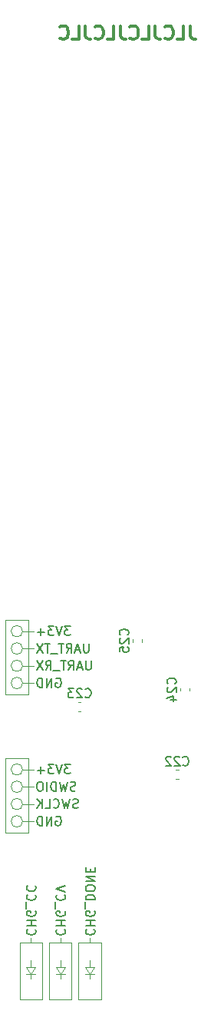
<source format=gbo>
G04 #@! TF.GenerationSoftware,KiCad,Pcbnew,(5.1.10)-1*
G04 #@! TF.CreationDate,2021-09-06T19:40:46-04:00*
G04 #@! TF.ProjectId,Lithium_Ion_Pack,4c697468-6975-46d5-9f49-6f6e5f506163,A0*
G04 #@! TF.SameCoordinates,Original*
G04 #@! TF.FileFunction,Legend,Bot*
G04 #@! TF.FilePolarity,Positive*
%FSLAX46Y46*%
G04 Gerber Fmt 4.6, Leading zero omitted, Abs format (unit mm)*
G04 Created by KiCad (PCBNEW (5.1.10)-1) date 2021-09-06 19:40:46*
%MOMM*%
%LPD*%
G01*
G04 APERTURE LIST*
%ADD10C,0.300000*%
%ADD11C,0.120000*%
%ADD12C,0.200000*%
%ADD13C,0.150000*%
%ADD14O,1.700000X1.700000*%
%ADD15R,1.700000X1.700000*%
%ADD16C,1.500000*%
%ADD17C,0.650000*%
%ADD18C,5.000000*%
%ADD19C,2.900000*%
%ADD20R,2.000000X2.000000*%
G04 APERTURE END LIST*
D10*
X129828571Y-44978571D02*
X129828571Y-46050000D01*
X129900000Y-46264285D01*
X130042857Y-46407142D01*
X130257142Y-46478571D01*
X130400000Y-46478571D01*
X128400000Y-46478571D02*
X129114285Y-46478571D01*
X129114285Y-44978571D01*
X127042857Y-46335714D02*
X127114285Y-46407142D01*
X127328571Y-46478571D01*
X127471428Y-46478571D01*
X127685714Y-46407142D01*
X127828571Y-46264285D01*
X127900000Y-46121428D01*
X127971428Y-45835714D01*
X127971428Y-45621428D01*
X127900000Y-45335714D01*
X127828571Y-45192857D01*
X127685714Y-45050000D01*
X127471428Y-44978571D01*
X127328571Y-44978571D01*
X127114285Y-45050000D01*
X127042857Y-45121428D01*
X125971428Y-44978571D02*
X125971428Y-46050000D01*
X126042857Y-46264285D01*
X126185714Y-46407142D01*
X126400000Y-46478571D01*
X126542857Y-46478571D01*
X124542857Y-46478571D02*
X125257142Y-46478571D01*
X125257142Y-44978571D01*
X123185714Y-46335714D02*
X123257142Y-46407142D01*
X123471428Y-46478571D01*
X123614285Y-46478571D01*
X123828571Y-46407142D01*
X123971428Y-46264285D01*
X124042857Y-46121428D01*
X124114285Y-45835714D01*
X124114285Y-45621428D01*
X124042857Y-45335714D01*
X123971428Y-45192857D01*
X123828571Y-45050000D01*
X123614285Y-44978571D01*
X123471428Y-44978571D01*
X123257142Y-45050000D01*
X123185714Y-45121428D01*
X122114285Y-44978571D02*
X122114285Y-46050000D01*
X122185714Y-46264285D01*
X122328571Y-46407142D01*
X122542857Y-46478571D01*
X122685714Y-46478571D01*
X120685714Y-46478571D02*
X121400000Y-46478571D01*
X121400000Y-44978571D01*
X119328571Y-46335714D02*
X119400000Y-46407142D01*
X119614285Y-46478571D01*
X119757142Y-46478571D01*
X119971428Y-46407142D01*
X120114285Y-46264285D01*
X120185714Y-46121428D01*
X120257142Y-45835714D01*
X120257142Y-45621428D01*
X120185714Y-45335714D01*
X120114285Y-45192857D01*
X119971428Y-45050000D01*
X119757142Y-44978571D01*
X119614285Y-44978571D01*
X119400000Y-45050000D01*
X119328571Y-45121428D01*
X118257142Y-44978571D02*
X118257142Y-46050000D01*
X118328571Y-46264285D01*
X118471428Y-46407142D01*
X118685714Y-46478571D01*
X118828571Y-46478571D01*
X116828571Y-46478571D02*
X117542857Y-46478571D01*
X117542857Y-44978571D01*
X115471428Y-46335714D02*
X115542857Y-46407142D01*
X115757142Y-46478571D01*
X115900000Y-46478571D01*
X116114285Y-46407142D01*
X116257142Y-46264285D01*
X116328571Y-46121428D01*
X116400000Y-45835714D01*
X116400000Y-45621428D01*
X116328571Y-45335714D01*
X116257142Y-45192857D01*
X116114285Y-45050000D01*
X115900000Y-44978571D01*
X115757142Y-44978571D01*
X115542857Y-45050000D01*
X115471428Y-45121428D01*
D11*
X118750000Y-148750000D02*
X118750000Y-148000000D01*
X118250000Y-149500000D02*
X119250000Y-149500000D01*
X118750000Y-149500000D02*
X119250000Y-148750000D01*
X118750000Y-149500000D02*
X118750000Y-150000000D01*
X119250000Y-148750000D02*
X118250000Y-148750000D01*
X118250000Y-148750000D02*
X118750000Y-149500000D01*
X115500000Y-149500000D02*
X116000000Y-148750000D01*
X115000000Y-149500000D02*
X116000000Y-149500000D01*
X115500000Y-149500000D02*
X115500000Y-150000000D01*
X115500000Y-148750000D02*
X115500000Y-148000000D01*
X116000000Y-148750000D02*
X115000000Y-148750000D01*
X115000000Y-148750000D02*
X115500000Y-149500000D01*
X112250000Y-149500000D02*
X112250000Y-150000000D01*
X112250000Y-148750000D02*
X112250000Y-148000000D01*
X111750000Y-148750000D02*
X112250000Y-149500000D01*
X112750000Y-148750000D02*
X111750000Y-148750000D01*
X112250000Y-149500000D02*
X112750000Y-148750000D01*
X111750000Y-149500000D02*
X112750000Y-149500000D01*
X112250000Y-146000000D02*
X112250000Y-145500000D01*
X115500000Y-146000000D02*
X115500000Y-145500000D01*
X118750000Y-146000000D02*
X118750000Y-145500000D01*
X117750000Y-146000000D02*
X117500000Y-146000000D01*
X120000000Y-146000000D02*
X117750000Y-146000000D01*
X120000000Y-152250000D02*
X120000000Y-146000000D01*
X117500000Y-152250000D02*
X120000000Y-152250000D01*
X117500000Y-146000000D02*
X117500000Y-152250000D01*
X116750000Y-146000000D02*
X114250000Y-146000000D01*
X116750000Y-152250000D02*
X116750000Y-146000000D01*
X114250000Y-152250000D02*
X116750000Y-152250000D01*
X114250000Y-146000000D02*
X114250000Y-152250000D01*
X113500000Y-146000000D02*
X111000000Y-146000000D01*
X113500000Y-152250000D02*
X113500000Y-146000000D01*
X111000000Y-152250000D02*
X113500000Y-152250000D01*
X111000000Y-146000000D02*
X111000000Y-152250000D01*
D12*
X118392857Y-144560476D02*
X118345238Y-144608095D01*
X118297619Y-144750952D01*
X118297619Y-144846190D01*
X118345238Y-144989047D01*
X118440476Y-145084285D01*
X118535714Y-145131904D01*
X118726190Y-145179523D01*
X118869047Y-145179523D01*
X119059523Y-145131904D01*
X119154761Y-145084285D01*
X119250000Y-144989047D01*
X119297619Y-144846190D01*
X119297619Y-144750952D01*
X119250000Y-144608095D01*
X119202380Y-144560476D01*
X118297619Y-144131904D02*
X119297619Y-144131904D01*
X118821428Y-144131904D02*
X118821428Y-143560476D01*
X118297619Y-143560476D02*
X119297619Y-143560476D01*
X119250000Y-142560476D02*
X119297619Y-142655714D01*
X119297619Y-142798571D01*
X119250000Y-142941428D01*
X119154761Y-143036666D01*
X119059523Y-143084285D01*
X118869047Y-143131904D01*
X118726190Y-143131904D01*
X118535714Y-143084285D01*
X118440476Y-143036666D01*
X118345238Y-142941428D01*
X118297619Y-142798571D01*
X118297619Y-142703333D01*
X118345238Y-142560476D01*
X118392857Y-142512857D01*
X118726190Y-142512857D01*
X118726190Y-142703333D01*
X118202380Y-142322380D02*
X118202380Y-141560476D01*
X118297619Y-141322380D02*
X119297619Y-141322380D01*
X119297619Y-141084285D01*
X119250000Y-140941428D01*
X119154761Y-140846190D01*
X119059523Y-140798571D01*
X118869047Y-140750952D01*
X118726190Y-140750952D01*
X118535714Y-140798571D01*
X118440476Y-140846190D01*
X118345238Y-140941428D01*
X118297619Y-141084285D01*
X118297619Y-141322380D01*
X119297619Y-140131904D02*
X119297619Y-139941428D01*
X119250000Y-139846190D01*
X119154761Y-139750952D01*
X118964285Y-139703333D01*
X118630952Y-139703333D01*
X118440476Y-139750952D01*
X118345238Y-139846190D01*
X118297619Y-139941428D01*
X118297619Y-140131904D01*
X118345238Y-140227142D01*
X118440476Y-140322380D01*
X118630952Y-140370000D01*
X118964285Y-140370000D01*
X119154761Y-140322380D01*
X119250000Y-140227142D01*
X119297619Y-140131904D01*
X118297619Y-139274761D02*
X119297619Y-139274761D01*
X118297619Y-138703333D01*
X119297619Y-138703333D01*
X118821428Y-138227142D02*
X118821428Y-137893809D01*
X118297619Y-137750952D02*
X118297619Y-138227142D01*
X119297619Y-138227142D01*
X119297619Y-137750952D01*
X115142857Y-144560476D02*
X115095238Y-144608095D01*
X115047619Y-144750952D01*
X115047619Y-144846190D01*
X115095238Y-144989047D01*
X115190476Y-145084285D01*
X115285714Y-145131904D01*
X115476190Y-145179523D01*
X115619047Y-145179523D01*
X115809523Y-145131904D01*
X115904761Y-145084285D01*
X116000000Y-144989047D01*
X116047619Y-144846190D01*
X116047619Y-144750952D01*
X116000000Y-144608095D01*
X115952380Y-144560476D01*
X115047619Y-144131904D02*
X116047619Y-144131904D01*
X115571428Y-144131904D02*
X115571428Y-143560476D01*
X115047619Y-143560476D02*
X116047619Y-143560476D01*
X116000000Y-142560476D02*
X116047619Y-142655714D01*
X116047619Y-142798571D01*
X116000000Y-142941428D01*
X115904761Y-143036666D01*
X115809523Y-143084285D01*
X115619047Y-143131904D01*
X115476190Y-143131904D01*
X115285714Y-143084285D01*
X115190476Y-143036666D01*
X115095238Y-142941428D01*
X115047619Y-142798571D01*
X115047619Y-142703333D01*
X115095238Y-142560476D01*
X115142857Y-142512857D01*
X115476190Y-142512857D01*
X115476190Y-142703333D01*
X114952380Y-142322380D02*
X114952380Y-141560476D01*
X115142857Y-140750952D02*
X115095238Y-140798571D01*
X115047619Y-140941428D01*
X115047619Y-141036666D01*
X115095238Y-141179523D01*
X115190476Y-141274761D01*
X115285714Y-141322380D01*
X115476190Y-141370000D01*
X115619047Y-141370000D01*
X115809523Y-141322380D01*
X115904761Y-141274761D01*
X116000000Y-141179523D01*
X116047619Y-141036666D01*
X116047619Y-140941428D01*
X116000000Y-140798571D01*
X115952380Y-140750952D01*
X116047619Y-140465238D02*
X115047619Y-140131904D01*
X116047619Y-139798571D01*
X111892857Y-144560476D02*
X111845238Y-144608095D01*
X111797619Y-144750952D01*
X111797619Y-144846190D01*
X111845238Y-144989047D01*
X111940476Y-145084285D01*
X112035714Y-145131904D01*
X112226190Y-145179523D01*
X112369047Y-145179523D01*
X112559523Y-145131904D01*
X112654761Y-145084285D01*
X112750000Y-144989047D01*
X112797619Y-144846190D01*
X112797619Y-144750952D01*
X112750000Y-144608095D01*
X112702380Y-144560476D01*
X111797619Y-144131904D02*
X112797619Y-144131904D01*
X112321428Y-144131904D02*
X112321428Y-143560476D01*
X111797619Y-143560476D02*
X112797619Y-143560476D01*
X112750000Y-142560476D02*
X112797619Y-142655714D01*
X112797619Y-142798571D01*
X112750000Y-142941428D01*
X112654761Y-143036666D01*
X112559523Y-143084285D01*
X112369047Y-143131904D01*
X112226190Y-143131904D01*
X112035714Y-143084285D01*
X111940476Y-143036666D01*
X111845238Y-142941428D01*
X111797619Y-142798571D01*
X111797619Y-142703333D01*
X111845238Y-142560476D01*
X111892857Y-142512857D01*
X112226190Y-142512857D01*
X112226190Y-142703333D01*
X111702380Y-142322380D02*
X111702380Y-141560476D01*
X111892857Y-140750952D02*
X111845238Y-140798571D01*
X111797619Y-140941428D01*
X111797619Y-141036666D01*
X111845238Y-141179523D01*
X111940476Y-141274761D01*
X112035714Y-141322380D01*
X112226190Y-141370000D01*
X112369047Y-141370000D01*
X112559523Y-141322380D01*
X112654761Y-141274761D01*
X112750000Y-141179523D01*
X112797619Y-141036666D01*
X112797619Y-140941428D01*
X112750000Y-140798571D01*
X112702380Y-140750952D01*
X111892857Y-139750952D02*
X111845238Y-139798571D01*
X111797619Y-139941428D01*
X111797619Y-140036666D01*
X111845238Y-140179523D01*
X111940476Y-140274761D01*
X112035714Y-140322380D01*
X112226190Y-140370000D01*
X112369047Y-140370000D01*
X112559523Y-140322380D01*
X112654761Y-140274761D01*
X112750000Y-140179523D01*
X112797619Y-140036666D01*
X112797619Y-139941428D01*
X112750000Y-139798571D01*
X112702380Y-139750952D01*
X116592142Y-111157380D02*
X115973095Y-111157380D01*
X116306428Y-111538333D01*
X116163571Y-111538333D01*
X116068333Y-111585952D01*
X116020714Y-111633571D01*
X115973095Y-111728809D01*
X115973095Y-111966904D01*
X116020714Y-112062142D01*
X116068333Y-112109761D01*
X116163571Y-112157380D01*
X116449285Y-112157380D01*
X116544523Y-112109761D01*
X116592142Y-112062142D01*
X115687380Y-111157380D02*
X115354047Y-112157380D01*
X115020714Y-111157380D01*
X114782619Y-111157380D02*
X114163571Y-111157380D01*
X114496904Y-111538333D01*
X114354047Y-111538333D01*
X114258809Y-111585952D01*
X114211190Y-111633571D01*
X114163571Y-111728809D01*
X114163571Y-111966904D01*
X114211190Y-112062142D01*
X114258809Y-112109761D01*
X114354047Y-112157380D01*
X114639761Y-112157380D01*
X114735000Y-112109761D01*
X114782619Y-112062142D01*
X113735000Y-111776428D02*
X112973095Y-111776428D01*
X113354047Y-112157380D02*
X113354047Y-111395476D01*
X118639761Y-113062380D02*
X118639761Y-113871904D01*
X118592142Y-113967142D01*
X118544523Y-114014761D01*
X118449285Y-114062380D01*
X118258809Y-114062380D01*
X118163571Y-114014761D01*
X118115952Y-113967142D01*
X118068333Y-113871904D01*
X118068333Y-113062380D01*
X117639761Y-113776666D02*
X117163571Y-113776666D01*
X117735000Y-114062380D02*
X117401666Y-113062380D01*
X117068333Y-114062380D01*
X116163571Y-114062380D02*
X116496904Y-113586190D01*
X116735000Y-114062380D02*
X116735000Y-113062380D01*
X116354047Y-113062380D01*
X116258809Y-113110000D01*
X116211190Y-113157619D01*
X116163571Y-113252857D01*
X116163571Y-113395714D01*
X116211190Y-113490952D01*
X116258809Y-113538571D01*
X116354047Y-113586190D01*
X116735000Y-113586190D01*
X115877857Y-113062380D02*
X115306428Y-113062380D01*
X115592142Y-114062380D02*
X115592142Y-113062380D01*
X115211190Y-114157619D02*
X114449285Y-114157619D01*
X114354047Y-113062380D02*
X113782619Y-113062380D01*
X114068333Y-114062380D02*
X114068333Y-113062380D01*
X113544523Y-113062380D02*
X112877857Y-114062380D01*
X112877857Y-113062380D02*
X113544523Y-114062380D01*
X115020714Y-116920000D02*
X115115952Y-116872380D01*
X115258809Y-116872380D01*
X115401666Y-116920000D01*
X115496904Y-117015238D01*
X115544523Y-117110476D01*
X115592142Y-117300952D01*
X115592142Y-117443809D01*
X115544523Y-117634285D01*
X115496904Y-117729523D01*
X115401666Y-117824761D01*
X115258809Y-117872380D01*
X115163571Y-117872380D01*
X115020714Y-117824761D01*
X114973095Y-117777142D01*
X114973095Y-117443809D01*
X115163571Y-117443809D01*
X114544523Y-117872380D02*
X114544523Y-116872380D01*
X113973095Y-117872380D01*
X113973095Y-116872380D01*
X113496904Y-117872380D02*
X113496904Y-116872380D01*
X113258809Y-116872380D01*
X113115952Y-116920000D01*
X113020714Y-117015238D01*
X112973095Y-117110476D01*
X112925476Y-117300952D01*
X112925476Y-117443809D01*
X112973095Y-117634285D01*
X113020714Y-117729523D01*
X113115952Y-117824761D01*
X113258809Y-117872380D01*
X113496904Y-117872380D01*
X118877857Y-114967380D02*
X118877857Y-115776904D01*
X118830238Y-115872142D01*
X118782619Y-115919761D01*
X118687380Y-115967380D01*
X118496904Y-115967380D01*
X118401666Y-115919761D01*
X118354047Y-115872142D01*
X118306428Y-115776904D01*
X118306428Y-114967380D01*
X117877857Y-115681666D02*
X117401666Y-115681666D01*
X117973095Y-115967380D02*
X117639761Y-114967380D01*
X117306428Y-115967380D01*
X116401666Y-115967380D02*
X116735000Y-115491190D01*
X116973095Y-115967380D02*
X116973095Y-114967380D01*
X116592142Y-114967380D01*
X116496904Y-115015000D01*
X116449285Y-115062619D01*
X116401666Y-115157857D01*
X116401666Y-115300714D01*
X116449285Y-115395952D01*
X116496904Y-115443571D01*
X116592142Y-115491190D01*
X116973095Y-115491190D01*
X116115952Y-114967380D02*
X115544523Y-114967380D01*
X115830238Y-115967380D02*
X115830238Y-114967380D01*
X115449285Y-116062619D02*
X114687380Y-116062619D01*
X113877857Y-115967380D02*
X114211190Y-115491190D01*
X114449285Y-115967380D02*
X114449285Y-114967380D01*
X114068333Y-114967380D01*
X113973095Y-115015000D01*
X113925476Y-115062619D01*
X113877857Y-115157857D01*
X113877857Y-115300714D01*
X113925476Y-115395952D01*
X113973095Y-115443571D01*
X114068333Y-115491190D01*
X114449285Y-115491190D01*
X113544523Y-114967380D02*
X112877857Y-115967380D01*
X112877857Y-114967380D02*
X113544523Y-115967380D01*
D11*
X111335000Y-117420000D02*
G75*
G03*
X111335000Y-117420000I-635000J0D01*
G01*
X111335000Y-113610000D02*
G75*
G03*
X111335000Y-113610000I-635000J0D01*
G01*
X111970000Y-110435000D02*
X111970000Y-118690000D01*
X111970000Y-118690000D02*
X109430000Y-118690000D01*
X111335000Y-111705000D02*
G75*
G03*
X111335000Y-111705000I-635000J0D01*
G01*
X111335000Y-115515000D02*
G75*
G03*
X111335000Y-115515000I-635000J0D01*
G01*
X109430000Y-118690000D02*
X109430000Y-110435000D01*
X111335000Y-113610000D02*
X112605000Y-113610000D01*
X111335000Y-117420000D02*
X112605000Y-117420000D01*
X111335000Y-115515000D02*
X112605000Y-115515000D01*
X111335000Y-111705000D02*
X112605000Y-111705000D01*
X109430000Y-110435000D02*
X111970000Y-110435000D01*
X111335000Y-132660000D02*
X112605000Y-132660000D01*
X111335000Y-126945000D02*
X112605000Y-126945000D01*
D12*
X115020714Y-132160000D02*
X115115952Y-132112380D01*
X115258809Y-132112380D01*
X115401666Y-132160000D01*
X115496904Y-132255238D01*
X115544523Y-132350476D01*
X115592142Y-132540952D01*
X115592142Y-132683809D01*
X115544523Y-132874285D01*
X115496904Y-132969523D01*
X115401666Y-133064761D01*
X115258809Y-133112380D01*
X115163571Y-133112380D01*
X115020714Y-133064761D01*
X114973095Y-133017142D01*
X114973095Y-132683809D01*
X115163571Y-132683809D01*
X114544523Y-133112380D02*
X114544523Y-132112380D01*
X113973095Y-133112380D01*
X113973095Y-132112380D01*
X113496904Y-133112380D02*
X113496904Y-132112380D01*
X113258809Y-132112380D01*
X113115952Y-132160000D01*
X113020714Y-132255238D01*
X112973095Y-132350476D01*
X112925476Y-132540952D01*
X112925476Y-132683809D01*
X112973095Y-132874285D01*
X113020714Y-132969523D01*
X113115952Y-133064761D01*
X113258809Y-133112380D01*
X113496904Y-133112380D01*
X116592142Y-126397380D02*
X115973095Y-126397380D01*
X116306428Y-126778333D01*
X116163571Y-126778333D01*
X116068333Y-126825952D01*
X116020714Y-126873571D01*
X115973095Y-126968809D01*
X115973095Y-127206904D01*
X116020714Y-127302142D01*
X116068333Y-127349761D01*
X116163571Y-127397380D01*
X116449285Y-127397380D01*
X116544523Y-127349761D01*
X116592142Y-127302142D01*
X115687380Y-126397380D02*
X115354047Y-127397380D01*
X115020714Y-126397380D01*
X114782619Y-126397380D02*
X114163571Y-126397380D01*
X114496904Y-126778333D01*
X114354047Y-126778333D01*
X114258809Y-126825952D01*
X114211190Y-126873571D01*
X114163571Y-126968809D01*
X114163571Y-127206904D01*
X114211190Y-127302142D01*
X114258809Y-127349761D01*
X114354047Y-127397380D01*
X114639761Y-127397380D01*
X114735000Y-127349761D01*
X114782619Y-127302142D01*
X113735000Y-127016428D02*
X112973095Y-127016428D01*
X113354047Y-127397380D02*
X113354047Y-126635476D01*
D11*
X111335000Y-130755000D02*
X112605000Y-130755000D01*
D12*
X117449285Y-131159761D02*
X117306428Y-131207380D01*
X117068333Y-131207380D01*
X116973095Y-131159761D01*
X116925476Y-131112142D01*
X116877857Y-131016904D01*
X116877857Y-130921666D01*
X116925476Y-130826428D01*
X116973095Y-130778809D01*
X117068333Y-130731190D01*
X117258809Y-130683571D01*
X117354047Y-130635952D01*
X117401666Y-130588333D01*
X117449285Y-130493095D01*
X117449285Y-130397857D01*
X117401666Y-130302619D01*
X117354047Y-130255000D01*
X117258809Y-130207380D01*
X117020714Y-130207380D01*
X116877857Y-130255000D01*
X116544523Y-130207380D02*
X116306428Y-131207380D01*
X116115952Y-130493095D01*
X115925476Y-131207380D01*
X115687380Y-130207380D01*
X114735000Y-131112142D02*
X114782619Y-131159761D01*
X114925476Y-131207380D01*
X115020714Y-131207380D01*
X115163571Y-131159761D01*
X115258809Y-131064523D01*
X115306428Y-130969285D01*
X115354047Y-130778809D01*
X115354047Y-130635952D01*
X115306428Y-130445476D01*
X115258809Y-130350238D01*
X115163571Y-130255000D01*
X115020714Y-130207380D01*
X114925476Y-130207380D01*
X114782619Y-130255000D01*
X114735000Y-130302619D01*
X113830238Y-131207380D02*
X114306428Y-131207380D01*
X114306428Y-130207380D01*
X113496904Y-131207380D02*
X113496904Y-130207380D01*
X112925476Y-131207380D02*
X113354047Y-130635952D01*
X112925476Y-130207380D02*
X113496904Y-130778809D01*
D11*
X111335000Y-128850000D02*
X112605000Y-128850000D01*
X111335000Y-126945000D02*
G75*
G03*
X111335000Y-126945000I-635000J0D01*
G01*
X111335000Y-132660000D02*
G75*
G03*
X111335000Y-132660000I-635000J0D01*
G01*
X111335000Y-130755000D02*
G75*
G03*
X111335000Y-130755000I-635000J0D01*
G01*
X111335000Y-128850000D02*
G75*
G03*
X111335000Y-128850000I-635000J0D01*
G01*
X111970000Y-125675000D02*
X111970000Y-133930000D01*
X109430000Y-125675000D02*
X111970000Y-125675000D01*
X109430000Y-133930000D02*
X109430000Y-125675000D01*
X111970000Y-133930000D02*
X109430000Y-133930000D01*
D12*
X117163571Y-129254761D02*
X117020714Y-129302380D01*
X116782619Y-129302380D01*
X116687380Y-129254761D01*
X116639761Y-129207142D01*
X116592142Y-129111904D01*
X116592142Y-129016666D01*
X116639761Y-128921428D01*
X116687380Y-128873809D01*
X116782619Y-128826190D01*
X116973095Y-128778571D01*
X117068333Y-128730952D01*
X117115952Y-128683333D01*
X117163571Y-128588095D01*
X117163571Y-128492857D01*
X117115952Y-128397619D01*
X117068333Y-128350000D01*
X116973095Y-128302380D01*
X116735000Y-128302380D01*
X116592142Y-128350000D01*
X116258809Y-128302380D02*
X116020714Y-129302380D01*
X115830238Y-128588095D01*
X115639761Y-129302380D01*
X115401666Y-128302380D01*
X115020714Y-129302380D02*
X115020714Y-128302380D01*
X114782619Y-128302380D01*
X114639761Y-128350000D01*
X114544523Y-128445238D01*
X114496904Y-128540476D01*
X114449285Y-128730952D01*
X114449285Y-128873809D01*
X114496904Y-129064285D01*
X114544523Y-129159523D01*
X114639761Y-129254761D01*
X114782619Y-129302380D01*
X115020714Y-129302380D01*
X114020714Y-129302380D02*
X114020714Y-128302380D01*
X113354047Y-128302380D02*
X113163571Y-128302380D01*
X113068333Y-128350000D01*
X112973095Y-128445238D01*
X112925476Y-128635714D01*
X112925476Y-128969047D01*
X112973095Y-129159523D01*
X113068333Y-129254761D01*
X113163571Y-129302380D01*
X113354047Y-129302380D01*
X113449285Y-129254761D01*
X113544523Y-129159523D01*
X113592142Y-128969047D01*
X113592142Y-128635714D01*
X113544523Y-128445238D01*
X113449285Y-128350000D01*
X113354047Y-128302380D01*
D11*
X123490000Y-112603733D02*
X123490000Y-112896267D01*
X124510000Y-112603733D02*
X124510000Y-112896267D01*
X128740000Y-117991233D02*
X128740000Y-118283767D01*
X129760000Y-117991233D02*
X129760000Y-118283767D01*
X117758767Y-119490000D02*
X117466233Y-119490000D01*
X117758767Y-120510000D02*
X117466233Y-120510000D01*
X128533767Y-126990000D02*
X128241233Y-126990000D01*
X128533767Y-128010000D02*
X128241233Y-128010000D01*
D13*
X122927142Y-112107142D02*
X122974761Y-112059523D01*
X123022380Y-111916666D01*
X123022380Y-111821428D01*
X122974761Y-111678571D01*
X122879523Y-111583333D01*
X122784285Y-111535714D01*
X122593809Y-111488095D01*
X122450952Y-111488095D01*
X122260476Y-111535714D01*
X122165238Y-111583333D01*
X122070000Y-111678571D01*
X122022380Y-111821428D01*
X122022380Y-111916666D01*
X122070000Y-112059523D01*
X122117619Y-112107142D01*
X122117619Y-112488095D02*
X122070000Y-112535714D01*
X122022380Y-112630952D01*
X122022380Y-112869047D01*
X122070000Y-112964285D01*
X122117619Y-113011904D01*
X122212857Y-113059523D01*
X122308095Y-113059523D01*
X122450952Y-113011904D01*
X123022380Y-112440476D01*
X123022380Y-113059523D01*
X122022380Y-113964285D02*
X122022380Y-113488095D01*
X122498571Y-113440476D01*
X122450952Y-113488095D01*
X122403333Y-113583333D01*
X122403333Y-113821428D01*
X122450952Y-113916666D01*
X122498571Y-113964285D01*
X122593809Y-114011904D01*
X122831904Y-114011904D01*
X122927142Y-113964285D01*
X122974761Y-113916666D01*
X123022380Y-113821428D01*
X123022380Y-113583333D01*
X122974761Y-113488095D01*
X122927142Y-113440476D01*
X128177142Y-117494642D02*
X128224761Y-117447023D01*
X128272380Y-117304166D01*
X128272380Y-117208928D01*
X128224761Y-117066071D01*
X128129523Y-116970833D01*
X128034285Y-116923214D01*
X127843809Y-116875595D01*
X127700952Y-116875595D01*
X127510476Y-116923214D01*
X127415238Y-116970833D01*
X127320000Y-117066071D01*
X127272380Y-117208928D01*
X127272380Y-117304166D01*
X127320000Y-117447023D01*
X127367619Y-117494642D01*
X127367619Y-117875595D02*
X127320000Y-117923214D01*
X127272380Y-118018452D01*
X127272380Y-118256547D01*
X127320000Y-118351785D01*
X127367619Y-118399404D01*
X127462857Y-118447023D01*
X127558095Y-118447023D01*
X127700952Y-118399404D01*
X128272380Y-117827976D01*
X128272380Y-118447023D01*
X127605714Y-119304166D02*
X128272380Y-119304166D01*
X127224761Y-119066071D02*
X127939047Y-118827976D01*
X127939047Y-119447023D01*
X118255357Y-118927142D02*
X118302976Y-118974761D01*
X118445833Y-119022380D01*
X118541071Y-119022380D01*
X118683928Y-118974761D01*
X118779166Y-118879523D01*
X118826785Y-118784285D01*
X118874404Y-118593809D01*
X118874404Y-118450952D01*
X118826785Y-118260476D01*
X118779166Y-118165238D01*
X118683928Y-118070000D01*
X118541071Y-118022380D01*
X118445833Y-118022380D01*
X118302976Y-118070000D01*
X118255357Y-118117619D01*
X117874404Y-118117619D02*
X117826785Y-118070000D01*
X117731547Y-118022380D01*
X117493452Y-118022380D01*
X117398214Y-118070000D01*
X117350595Y-118117619D01*
X117302976Y-118212857D01*
X117302976Y-118308095D01*
X117350595Y-118450952D01*
X117922023Y-119022380D01*
X117302976Y-119022380D01*
X116969642Y-118022380D02*
X116350595Y-118022380D01*
X116683928Y-118403333D01*
X116541071Y-118403333D01*
X116445833Y-118450952D01*
X116398214Y-118498571D01*
X116350595Y-118593809D01*
X116350595Y-118831904D01*
X116398214Y-118927142D01*
X116445833Y-118974761D01*
X116541071Y-119022380D01*
X116826785Y-119022380D01*
X116922023Y-118974761D01*
X116969642Y-118927142D01*
X129030357Y-126427142D02*
X129077976Y-126474761D01*
X129220833Y-126522380D01*
X129316071Y-126522380D01*
X129458928Y-126474761D01*
X129554166Y-126379523D01*
X129601785Y-126284285D01*
X129649404Y-126093809D01*
X129649404Y-125950952D01*
X129601785Y-125760476D01*
X129554166Y-125665238D01*
X129458928Y-125570000D01*
X129316071Y-125522380D01*
X129220833Y-125522380D01*
X129077976Y-125570000D01*
X129030357Y-125617619D01*
X128649404Y-125617619D02*
X128601785Y-125570000D01*
X128506547Y-125522380D01*
X128268452Y-125522380D01*
X128173214Y-125570000D01*
X128125595Y-125617619D01*
X128077976Y-125712857D01*
X128077976Y-125808095D01*
X128125595Y-125950952D01*
X128697023Y-126522380D01*
X128077976Y-126522380D01*
X127697023Y-125617619D02*
X127649404Y-125570000D01*
X127554166Y-125522380D01*
X127316071Y-125522380D01*
X127220833Y-125570000D01*
X127173214Y-125617619D01*
X127125595Y-125712857D01*
X127125595Y-125808095D01*
X127173214Y-125950952D01*
X127744642Y-126522380D01*
X127125595Y-126522380D01*
%LPC*%
G36*
G01*
X123762500Y-113075000D02*
X124237500Y-113075000D01*
G75*
G02*
X124475000Y-113312500I0J-237500D01*
G01*
X124475000Y-113912500D01*
G75*
G02*
X124237500Y-114150000I-237500J0D01*
G01*
X123762500Y-114150000D01*
G75*
G02*
X123525000Y-113912500I0J237500D01*
G01*
X123525000Y-113312500D01*
G75*
G02*
X123762500Y-113075000I237500J0D01*
G01*
G37*
G36*
G01*
X123762500Y-111350000D02*
X124237500Y-111350000D01*
G75*
G02*
X124475000Y-111587500I0J-237500D01*
G01*
X124475000Y-112187500D01*
G75*
G02*
X124237500Y-112425000I-237500J0D01*
G01*
X123762500Y-112425000D01*
G75*
G02*
X123525000Y-112187500I0J237500D01*
G01*
X123525000Y-111587500D01*
G75*
G02*
X123762500Y-111350000I237500J0D01*
G01*
G37*
G36*
G01*
X129012500Y-118462500D02*
X129487500Y-118462500D01*
G75*
G02*
X129725000Y-118700000I0J-237500D01*
G01*
X129725000Y-119300000D01*
G75*
G02*
X129487500Y-119537500I-237500J0D01*
G01*
X129012500Y-119537500D01*
G75*
G02*
X128775000Y-119300000I0J237500D01*
G01*
X128775000Y-118700000D01*
G75*
G02*
X129012500Y-118462500I237500J0D01*
G01*
G37*
G36*
G01*
X129012500Y-116737500D02*
X129487500Y-116737500D01*
G75*
G02*
X129725000Y-116975000I0J-237500D01*
G01*
X129725000Y-117575000D01*
G75*
G02*
X129487500Y-117812500I-237500J0D01*
G01*
X129012500Y-117812500D01*
G75*
G02*
X128775000Y-117575000I0J237500D01*
G01*
X128775000Y-116975000D01*
G75*
G02*
X129012500Y-116737500I237500J0D01*
G01*
G37*
G36*
G01*
X117287500Y-119762500D02*
X117287500Y-120237500D01*
G75*
G02*
X117050000Y-120475000I-237500J0D01*
G01*
X116450000Y-120475000D01*
G75*
G02*
X116212500Y-120237500I0J237500D01*
G01*
X116212500Y-119762500D01*
G75*
G02*
X116450000Y-119525000I237500J0D01*
G01*
X117050000Y-119525000D01*
G75*
G02*
X117287500Y-119762500I0J-237500D01*
G01*
G37*
G36*
G01*
X119012500Y-119762500D02*
X119012500Y-120237500D01*
G75*
G02*
X118775000Y-120475000I-237500J0D01*
G01*
X118175000Y-120475000D01*
G75*
G02*
X117937500Y-120237500I0J237500D01*
G01*
X117937500Y-119762500D01*
G75*
G02*
X118175000Y-119525000I237500J0D01*
G01*
X118775000Y-119525000D01*
G75*
G02*
X119012500Y-119762500I0J-237500D01*
G01*
G37*
G36*
G01*
X128062500Y-127262500D02*
X128062500Y-127737500D01*
G75*
G02*
X127825000Y-127975000I-237500J0D01*
G01*
X127225000Y-127975000D01*
G75*
G02*
X126987500Y-127737500I0J237500D01*
G01*
X126987500Y-127262500D01*
G75*
G02*
X127225000Y-127025000I237500J0D01*
G01*
X127825000Y-127025000D01*
G75*
G02*
X128062500Y-127262500I0J-237500D01*
G01*
G37*
G36*
G01*
X129787500Y-127262500D02*
X129787500Y-127737500D01*
G75*
G02*
X129550000Y-127975000I-237500J0D01*
G01*
X128950000Y-127975000D01*
G75*
G02*
X128712500Y-127737500I0J237500D01*
G01*
X128712500Y-127262500D01*
G75*
G02*
X128950000Y-127025000I237500J0D01*
G01*
X129550000Y-127025000D01*
G75*
G02*
X129787500Y-127262500I0J-237500D01*
G01*
G37*
D14*
X140290000Y-151750000D03*
D15*
X137750000Y-151750000D03*
D16*
X134750000Y-119370000D03*
X134750000Y-124250000D03*
D14*
X106500000Y-145020000D03*
X106500000Y-142480000D03*
X106500000Y-139940000D03*
X106500000Y-137400000D03*
X106500000Y-134860000D03*
X106500000Y-132320000D03*
X106500000Y-129780000D03*
X106500000Y-127240000D03*
X106500000Y-124700000D03*
X106500000Y-122160000D03*
X106500000Y-119620000D03*
X106500000Y-117080000D03*
X106500000Y-114540000D03*
D15*
X106500000Y-112000000D03*
D14*
X102500000Y-119620000D03*
X102500000Y-117080000D03*
X102500000Y-114540000D03*
D15*
X102500000Y-112000000D03*
D14*
X102500000Y-124630000D03*
X102500000Y-127170000D03*
X102500000Y-129710000D03*
D15*
X102500000Y-132250000D03*
D17*
X125110000Y-148750000D03*
X130890000Y-148750000D03*
D18*
X105500000Y-149250000D03*
D19*
X105500000Y-149250000D03*
D18*
X105500000Y-45250000D03*
D19*
X105500000Y-45250000D03*
D18*
X181500000Y-45250000D03*
D19*
X181500000Y-45250000D03*
D18*
X181500000Y-149250000D03*
D19*
X181500000Y-149250000D03*
D20*
X120500000Y-54250000D03*
X148500000Y-54250000D03*
M02*

</source>
